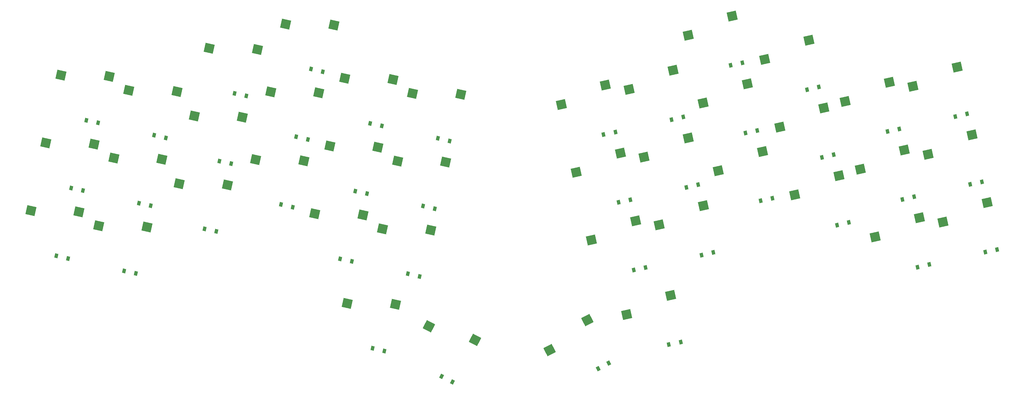
<source format=gbr>
%TF.GenerationSoftware,KiCad,Pcbnew,8.0.7*%
%TF.CreationDate,2025-03-02T16:24:29+01:00*%
%TF.ProjectId,pcb-adjusted,7063622d-6164-46a7-9573-7465642e6b69,v1.0.0*%
%TF.SameCoordinates,Original*%
%TF.FileFunction,Paste,Bot*%
%TF.FilePolarity,Positive*%
%FSLAX46Y46*%
G04 Gerber Fmt 4.6, Leading zero omitted, Abs format (unit mm)*
G04 Created by KiCad (PCBNEW 8.0.7) date 2025-03-02 16:24:29*
%MOMM*%
%LPD*%
G01*
G04 APERTURE LIST*
G04 Aperture macros list*
%AMRotRect*
0 Rectangle, with rotation*
0 The origin of the aperture is its center*
0 $1 length*
0 $2 width*
0 $3 Rotation angle, in degrees counterclockwise*
0 Add horizontal line*
21,1,$1,$2,0,0,$3*%
G04 Aperture macros list end*
%ADD10RotRect,0.900000X1.200000X12.500000*%
%ADD11RotRect,2.550000X2.500000X12.500000*%
%ADD12RotRect,2.550000X2.500000X347.500000*%
%ADD13RotRect,0.900000X1.200000X347.500000*%
%ADD14RotRect,2.550000X2.500000X27.500000*%
%ADD15RotRect,0.900000X1.200000X332.500000*%
%ADD16RotRect,2.550000X2.500000X332.500000*%
%ADD17RotRect,0.900000X1.200000X27.500000*%
G04 APERTURE END LIST*
D10*
%TO.C,D22*%
X334193235Y-142041466D03*
X337415011Y-141327220D03*
%TD*%
%TO.C,D23*%
X330080878Y-123491838D03*
X333302654Y-122777592D03*
%TD*%
D11*
%TO.C,S38*%
X222301137Y-120183682D03*
X234371958Y-114905975D03*
%TD*%
D12*
%TO.C,S9*%
X125976481Y-104779672D03*
X139146818Y-105097798D03*
%TD*%
%TO.C,S2*%
X81301849Y-130725336D03*
X94472186Y-131043462D03*
%TD*%
D10*
%TO.C,D28*%
X293630962Y-134645440D03*
X296852738Y-133931194D03*
%TD*%
D12*
%TO.C,S18*%
X181625352Y-117116728D03*
X194795689Y-117434854D03*
%TD*%
D13*
%TO.C,D10*%
X145612317Y-147584290D03*
X148834091Y-148298544D03*
%TD*%
D11*
%TO.C,S30*%
X265244250Y-138318967D03*
X277315071Y-133041260D03*
%TD*%
D12*
%TO.C,S7*%
X117751778Y-141878928D03*
X130922115Y-142197054D03*
%TD*%
%TO.C,S6*%
X103963824Y-116288049D03*
X117134161Y-116606175D03*
%TD*%
D13*
%TO.C,D3*%
X92344281Y-124507977D03*
X95566055Y-125222231D03*
%TD*%
D11*
%TO.C,S25*%
X304075009Y-137904633D03*
X316145830Y-132626926D03*
%TD*%
%TO.C,S34*%
X244963108Y-134620944D03*
X257033929Y-129343237D03*
%TD*%
D10*
%TO.C,D24*%
X319755959Y-164703437D03*
X322977735Y-163989191D03*
%TD*%
D13*
%TO.C,D1*%
X84119580Y-161607218D03*
X87341354Y-162321472D03*
%TD*%
D12*
%TO.C,S19*%
X163757501Y-174612300D03*
X176927838Y-174930426D03*
%TD*%
D13*
%TO.C,D13*%
X161781106Y-162435900D03*
X165002880Y-163150154D03*
%TD*%
D12*
%TO.C,S10*%
X138682231Y-135252014D03*
X151852568Y-135570140D03*
%TD*%
D13*
%TO.C,D17*%
X184443081Y-147998630D03*
X187664855Y-148712884D03*
%TD*%
D12*
%TO.C,S16*%
X173400645Y-154215979D03*
X186570982Y-154534105D03*
%TD*%
D14*
%TO.C,S40*%
X219136977Y-187441435D03*
X229430525Y-179219403D03*
%TD*%
D13*
%TO.C,D2*%
X88231926Y-143057605D03*
X91453700Y-143771859D03*
%TD*%
D10*
%TO.C,D33*%
X260644048Y-161419761D03*
X263865824Y-160705515D03*
%TD*%
D12*
%TO.C,S13*%
X154851020Y-150103623D03*
X168021357Y-150421749D03*
%TD*%
D15*
%TO.C,D20*%
X189556802Y-194604151D03*
X192483934Y-196127919D03*
%TD*%
D11*
%TO.C,S35*%
X240850762Y-116071324D03*
X252921583Y-110793617D03*
%TD*%
%TO.C,S31*%
X261131899Y-119769348D03*
X273202720Y-114491641D03*
%TD*%
%TO.C,S29*%
X277950003Y-107846626D03*
X290020824Y-102568919D03*
%TD*%
D10*
%TO.C,D27*%
X297743307Y-153195060D03*
X300965083Y-152480814D03*
%TD*%
D13*
%TO.C,D11*%
X149724672Y-129034661D03*
X152946446Y-129748915D03*
%TD*%
D10*
%TO.C,D32*%
X268588144Y-109468908D03*
X271809920Y-108754662D03*
%TD*%
%TO.C,D38*%
X233869726Y-128432860D03*
X237091502Y-127718614D03*
%TD*%
D11*
%TO.C,S28*%
X282062363Y-126396240D03*
X294133184Y-121118533D03*
%TD*%
D13*
%TO.C,D12*%
X153837017Y-110485040D03*
X157058791Y-111199294D03*
%TD*%
D11*
%TO.C,S37*%
X226413489Y-138733310D03*
X238484310Y-133455603D03*
%TD*%
D10*
%TO.C,D26*%
X311531251Y-127604193D03*
X314753027Y-126889947D03*
%TD*%
D13*
%TO.C,D7*%
X124681854Y-154211189D03*
X127903628Y-154925443D03*
%TD*%
%TO.C,D8*%
X128794213Y-135661570D03*
X132015987Y-136375824D03*
%TD*%
D11*
%TO.C,S21*%
X326736993Y-152341901D03*
X338807814Y-147064194D03*
%TD*%
D12*
%TO.C,S15*%
X163075726Y-113004374D03*
X176246063Y-113322500D03*
%TD*%
D10*
%TO.C,D37*%
X237982083Y-146982497D03*
X241203859Y-146268251D03*
%TD*%
%TO.C,D34*%
X256531701Y-142870135D03*
X259753477Y-142155889D03*
%TD*%
D13*
%TO.C,D16*%
X180330732Y-166548248D03*
X183552506Y-167262502D03*
%TD*%
%TO.C,D18*%
X188555435Y-129449000D03*
X191777209Y-130163254D03*
%TD*%
D11*
%TO.C,S32*%
X257019544Y-101219718D03*
X269090365Y-95942011D03*
%TD*%
D16*
%TO.C,S20*%
X186054692Y-180898450D03*
X198693921Y-184614473D03*
%TD*%
D10*
%TO.C,D21*%
X338305577Y-160591091D03*
X341527353Y-159876845D03*
%TD*%
%TO.C,D39*%
X251737578Y-185928424D03*
X254959354Y-185214178D03*
%TD*%
D11*
%TO.C,S26*%
X299962666Y-119355010D03*
X312033487Y-114077303D03*
%TD*%
%TO.C,S22*%
X322624641Y-133792277D03*
X334695462Y-128514570D03*
%TD*%
D12*
%TO.C,S11*%
X142794589Y-116702397D03*
X155964926Y-117020523D03*
%TD*%
%TO.C,S1*%
X77189498Y-149274949D03*
X90359835Y-149593075D03*
%TD*%
D13*
%TO.C,D9*%
X132906564Y-117111939D03*
X136128338Y-117826193D03*
%TD*%
D11*
%TO.C,S27*%
X286174707Y-144945875D03*
X298245528Y-139668168D03*
%TD*%
D13*
%TO.C,D15*%
X170005812Y-125336645D03*
X173227586Y-126050899D03*
%TD*%
D12*
%TO.C,S12*%
X146906935Y-98152763D03*
X160077272Y-98470889D03*
%TD*%
D13*
%TO.C,D4*%
X102669195Y-165719574D03*
X105890969Y-166433828D03*
%TD*%
D10*
%TO.C,D35*%
X252419358Y-124320513D03*
X255641134Y-123606267D03*
%TD*%
D17*
%TO.C,D40*%
X232368768Y-192522883D03*
X235295900Y-190999115D03*
%TD*%
D11*
%TO.C,S33*%
X249075463Y-153170581D03*
X261146284Y-147892874D03*
%TD*%
D12*
%TO.C,S8*%
X121864126Y-123329286D03*
X135034463Y-123647412D03*
%TD*%
D13*
%TO.C,D6*%
X110893908Y-128620323D03*
X114115682Y-129334577D03*
%TD*%
%TO.C,D19*%
X170687567Y-186944554D03*
X173909341Y-187658808D03*
%TD*%
D12*
%TO.C,S4*%
X95739110Y-153387304D03*
X108909447Y-153705430D03*
%TD*%
D13*
%TO.C,D5*%
X106781544Y-147169944D03*
X110003318Y-147884198D03*
%TD*%
D12*
%TO.C,S17*%
X177512997Y-135666348D03*
X190683334Y-135984474D03*
%TD*%
%TO.C,S14*%
X158963375Y-131554007D03*
X172133712Y-131872133D03*
%TD*%
%TO.C,S3*%
X85414191Y-112175701D03*
X98584528Y-112493827D03*
%TD*%
D10*
%TO.C,D30*%
X276812842Y-146568152D03*
X280034618Y-145853906D03*
%TD*%
D12*
%TO.C,S5*%
X99851475Y-134837688D03*
X113021812Y-135155814D03*
%TD*%
D11*
%TO.C,S36*%
X230525828Y-157282925D03*
X242596649Y-152005218D03*
%TD*%
%TO.C,S39*%
X240168998Y-177679244D03*
X252239819Y-172401537D03*
%TD*%
D13*
%TO.C,D14*%
X165893459Y-143886271D03*
X169115233Y-144600525D03*
%TD*%
D10*
%TO.C,D25*%
X315643607Y-146153820D03*
X318865383Y-145439574D03*
%TD*%
D11*
%TO.C,S24*%
X308187369Y-156454245D03*
X320258190Y-151176538D03*
%TD*%
D10*
%TO.C,D31*%
X272700491Y-128018533D03*
X275922267Y-127304287D03*
%TD*%
%TO.C,D29*%
X289518596Y-116095811D03*
X292740372Y-115381565D03*
%TD*%
D11*
%TO.C,S23*%
X318512293Y-115242652D03*
X330583114Y-109964945D03*
%TD*%
D10*
%TO.C,D36*%
X242094423Y-165532108D03*
X245316199Y-164817862D03*
%TD*%
M02*

</source>
